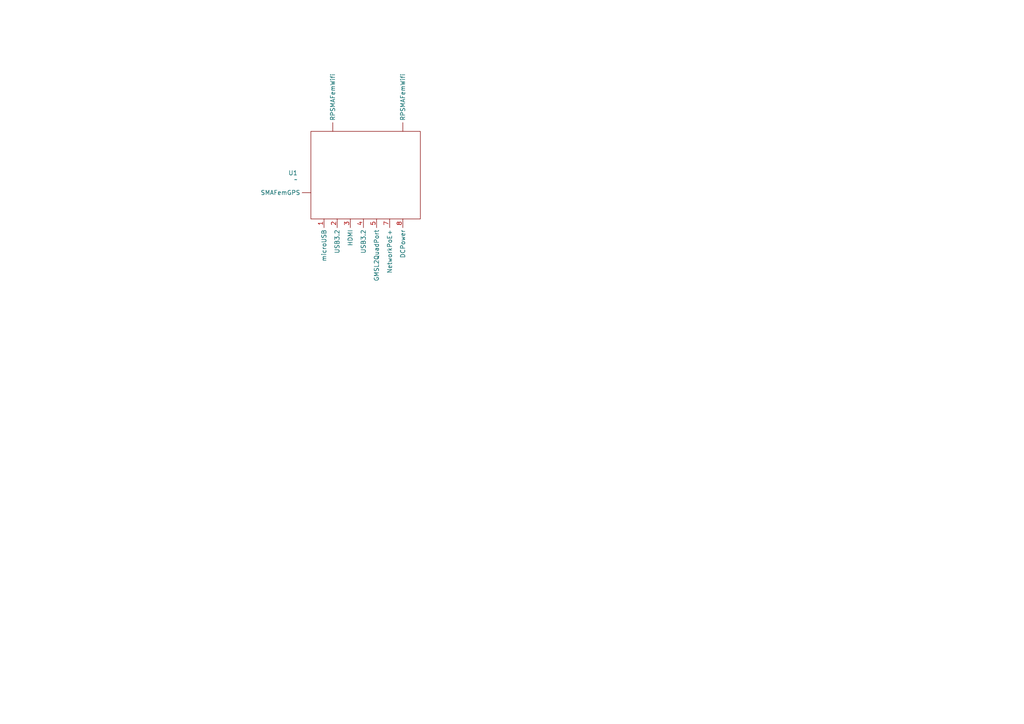
<source format=kicad_sch>
(kicad_sch (version 20250114) (generator "eeschema") (generator_version "9.0")
  (paper "A4")
  (lib_symbols
    (symbol "project_symbols:zed_box"
      (property "Reference" "U" (at -19.05 12.446 0))
      (symbol "zed_box_0_1"
        (rectangle (start -16.51 11.43) (end 15.24 -13.97))
      )
      (symbol "zed_box_1_1"
        (pin input line (at -16.51 -6.35 180) (length 2.54) (name "SMAFemGPS") (number ""))
        (pin input line (at -12.7 -13.97 270) (length 2.54) (name "microUSB") (number "1"))
        (pin input line (at -10.16 11.43 90) (length 2.54) (name "RPSMAFemWifi") (number ""))
        (pin input line (at -8.89 -13.97 270) (length 2.54) (name "USB3.2") (number "2"))
        (pin output line (at -5.08 -13.97 270) (length 2.54) (name "HDMI") (number "3"))
        (pin input line (at -1.27 -13.97 270) (length 2.54) (name "USB3.2") (number "4"))
        (pin input line (at 2.54 -13.97 270) (length 2.54) (name "GMSL2QuadPort") (number "5"))
        (pin input line (at 6.35 -13.97 270) (length 2.54) (name "NetworkPoE+") (number "7"))
        (pin input line (at 10.16 11.43 90) (length 2.54) (name "RPSMAFemWifi") (number ""))
        (pin input line (at 10.16 -13.97 270) (length 2.54) (name "DCPower") (number "8"))
      )
    )
  )
  (symbol (lib_id "project_symbols:zed_box") (at 106.68 49.53 0) (unit 1)
    (property "Reference" "U1" (at 86.36 50.1649 0) (effects (justify right)))
    (property "Value" "~" (at 86.36 52.07 0) (effects (justify right)))
  )
)
</source>
